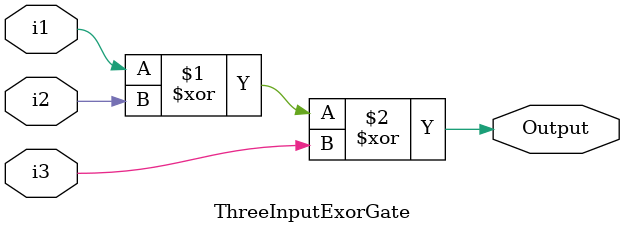
<source format=v>
`timescale 1ns / 1ps
module ThreeInputExorGate(
    input i1,
    input i2,
    input i3,
    output Output
    );

xor (Output,i1,i2,i3);

endmodule

</source>
